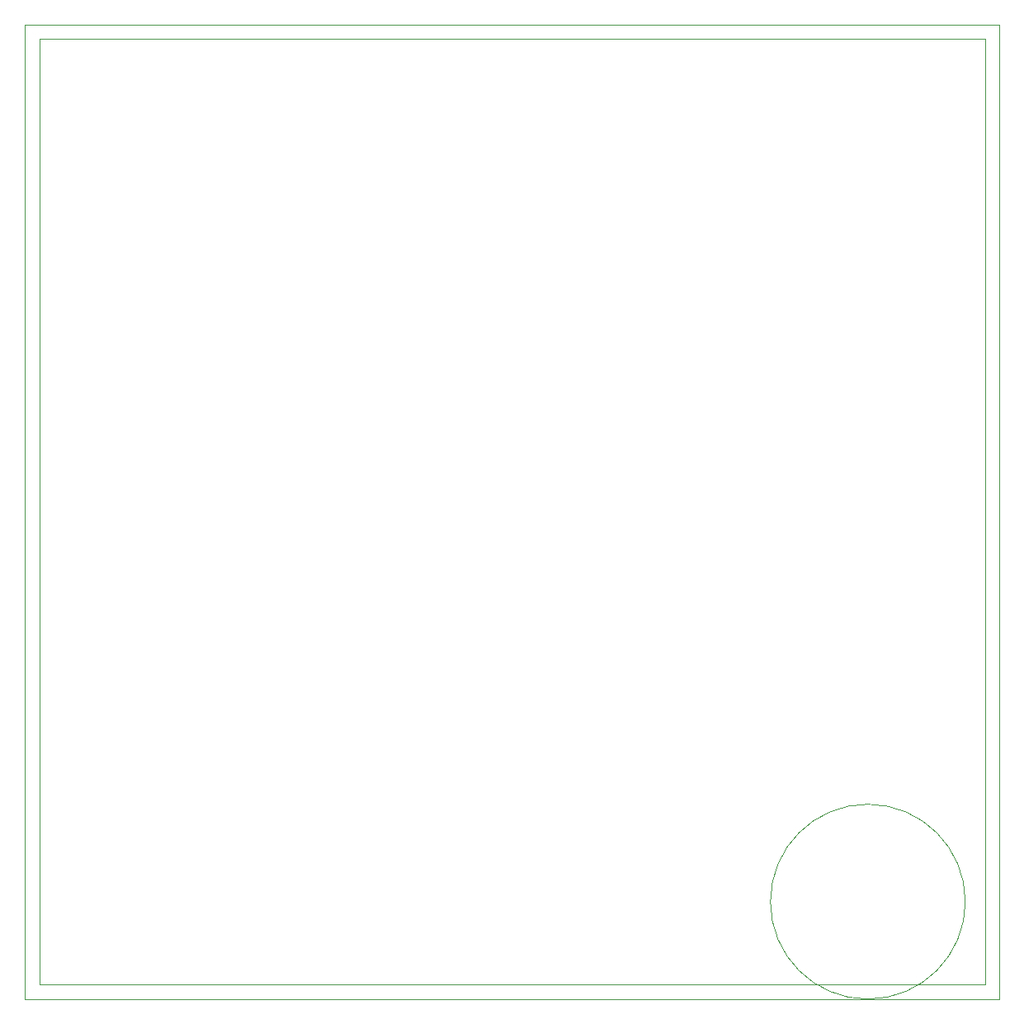
<source format=gm1>
G04 Layer_Color=16711935*
%FSLAX42Y42*%
%MOMM*%
G71*
G01*
G75*
%ADD46C,0.10*%
D46*
X9650Y1000D02*
G03*
X9650Y1000I-1000J0D01*
G01*
X150Y150D02*
Y9850D01*
X9850D01*
Y150D02*
Y9850D01*
X150Y150D02*
X9850D01*
X0Y10000D02*
X10000D01*
X0Y0D02*
Y10000D01*
X10000Y0D02*
Y10000D01*
X0Y0D02*
X10000D01*
M02*

</source>
